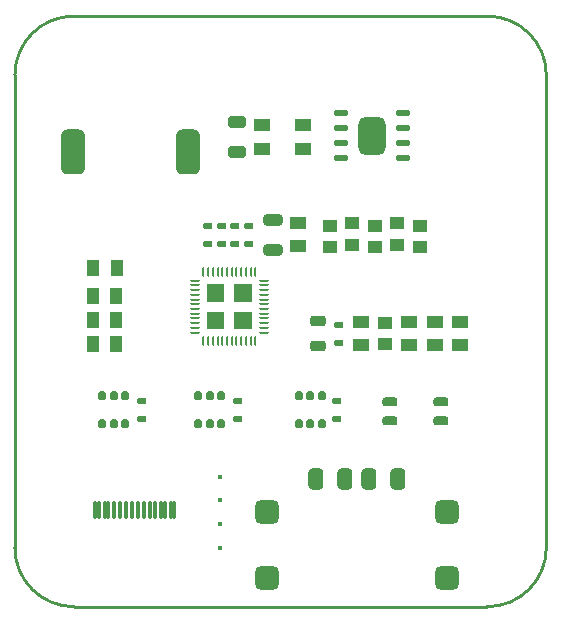
<source format=gtp>
G04*
G04 #@! TF.GenerationSoftware,Altium Limited,Altium Designer,20.2.3 (150)*
G04*
G04 Layer_Color=8421504*
%FSLAX44Y44*%
%MOMM*%
G71*
G04*
G04 #@! TF.SameCoordinates,529A9E34-4FC0-4C7B-B34A-3B4898198E1E*
G04*
G04*
G04 #@! TF.FilePolarity,Positive*
G04*
G01*
G75*
%ADD19C,0.2540*%
G04:AMPARAMS|DCode=20|XSize=0.4064mm|YSize=0.4064mm|CornerRadius=0.2032mm|HoleSize=0mm|Usage=FLASHONLY|Rotation=90.000|XOffset=0mm|YOffset=0mm|HoleType=Round|Shape=RoundedRectangle|*
%AMROUNDEDRECTD20*
21,1,0.4064,0.0000,0,0,90.0*
21,1,0.0000,0.4064,0,0,90.0*
1,1,0.4064,0.0000,0.0000*
1,1,0.4064,0.0000,0.0000*
1,1,0.4064,0.0000,0.0000*
1,1,0.4064,0.0000,0.0000*
%
%ADD20ROUNDEDRECTD20*%
G04:AMPARAMS|DCode=21|XSize=0.762mm|YSize=0.5588mm|CornerRadius=0.1397mm|HoleSize=0mm|Usage=FLASHONLY|Rotation=0.000|XOffset=0mm|YOffset=0mm|HoleType=Round|Shape=RoundedRectangle|*
%AMROUNDEDRECTD21*
21,1,0.7620,0.2794,0,0,0.0*
21,1,0.4826,0.5588,0,0,0.0*
1,1,0.2794,0.2413,-0.1397*
1,1,0.2794,-0.2413,-0.1397*
1,1,0.2794,-0.2413,0.1397*
1,1,0.2794,0.2413,0.1397*
%
%ADD21ROUNDEDRECTD21*%
%ADD22R,1.4000X1.1000*%
%ADD23R,1.3000X1.0000*%
G04:AMPARAMS|DCode=24|XSize=1.27mm|YSize=0.762mm|CornerRadius=0.1905mm|HoleSize=0mm|Usage=FLASHONLY|Rotation=0.000|XOffset=0mm|YOffset=0mm|HoleType=Round|Shape=RoundedRectangle|*
%AMROUNDEDRECTD24*
21,1,1.2700,0.3810,0,0,0.0*
21,1,0.8890,0.7620,0,0,0.0*
1,1,0.3810,0.4445,-0.1905*
1,1,0.3810,-0.4445,-0.1905*
1,1,0.3810,-0.4445,0.1905*
1,1,0.3810,0.4445,0.1905*
%
%ADD24ROUNDEDRECTD24*%
G04:AMPARAMS|DCode=25|XSize=2.032mm|YSize=2.032mm|CornerRadius=0.508mm|HoleSize=0mm|Usage=FLASHONLY|Rotation=0.000|XOffset=0mm|YOffset=0mm|HoleType=Round|Shape=RoundedRectangle|*
%AMROUNDEDRECTD25*
21,1,2.0320,1.0160,0,0,0.0*
21,1,1.0160,2.0320,0,0,0.0*
1,1,1.0160,0.5080,-0.5080*
1,1,1.0160,-0.5080,-0.5080*
1,1,1.0160,-0.5080,0.5080*
1,1,1.0160,0.5080,0.5080*
%
%ADD25ROUNDEDRECTD25*%
G04:AMPARAMS|DCode=26|XSize=1.27mm|YSize=1.8mm|CornerRadius=0.3175mm|HoleSize=0mm|Usage=FLASHONLY|Rotation=0.000|XOffset=0mm|YOffset=0mm|HoleType=Round|Shape=RoundedRectangle|*
%AMROUNDEDRECTD26*
21,1,1.2700,1.1650,0,0,0.0*
21,1,0.6350,1.8000,0,0,0.0*
1,1,0.6350,0.3175,-0.5825*
1,1,0.6350,-0.3175,-0.5825*
1,1,0.6350,-0.3175,0.5825*
1,1,0.6350,0.3175,0.5825*
%
%ADD26ROUNDEDRECTD26*%
G04:AMPARAMS|DCode=27|XSize=0.6096mm|YSize=0.762mm|CornerRadius=0.1524mm|HoleSize=0mm|Usage=FLASHONLY|Rotation=0.000|XOffset=0mm|YOffset=0mm|HoleType=Round|Shape=RoundedRectangle|*
%AMROUNDEDRECTD27*
21,1,0.6096,0.4572,0,0,0.0*
21,1,0.3048,0.7620,0,0,0.0*
1,1,0.3048,0.1524,-0.2286*
1,1,0.3048,-0.1524,-0.2286*
1,1,0.3048,-0.1524,0.2286*
1,1,0.3048,0.1524,0.2286*
%
%ADD27ROUNDEDRECTD27*%
%ADD28R,1.1000X1.4000*%
%ADD29O,1.3000X0.5000*%
G04:AMPARAMS|DCode=30|XSize=3.2mm|YSize=2.3mm|CornerRadius=0.575mm|HoleSize=0mm|Usage=FLASHONLY|Rotation=270.000|XOffset=0mm|YOffset=0mm|HoleType=Round|Shape=RoundedRectangle|*
%AMROUNDEDRECTD30*
21,1,3.2000,1.1500,0,0,270.0*
21,1,2.0500,2.3000,0,0,270.0*
1,1,1.1500,-0.5750,-1.0250*
1,1,1.1500,-0.5750,1.0250*
1,1,1.1500,0.5750,1.0250*
1,1,1.1500,0.5750,-1.0250*
%
%ADD30ROUNDEDRECTD30*%
G04:AMPARAMS|DCode=31|XSize=3.81mm|YSize=2.032mm|CornerRadius=0.508mm|HoleSize=0mm|Usage=FLASHONLY|Rotation=270.000|XOffset=0mm|YOffset=0mm|HoleType=Round|Shape=RoundedRectangle|*
%AMROUNDEDRECTD31*
21,1,3.8100,1.0160,0,0,270.0*
21,1,2.7940,2.0320,0,0,270.0*
1,1,1.0160,-0.5080,-1.3970*
1,1,1.0160,-0.5080,1.3970*
1,1,1.0160,0.5080,1.3970*
1,1,1.0160,0.5080,-1.3970*
%
%ADD31ROUNDEDRECTD31*%
G04:AMPARAMS|DCode=32|XSize=1.5mm|YSize=1mm|CornerRadius=0.25mm|HoleSize=0mm|Usage=FLASHONLY|Rotation=180.000|XOffset=0mm|YOffset=0mm|HoleType=Round|Shape=RoundedRectangle|*
%AMROUNDEDRECTD32*
21,1,1.5000,0.5000,0,0,180.0*
21,1,1.0000,1.0000,0,0,180.0*
1,1,0.5000,-0.5000,0.2500*
1,1,0.5000,0.5000,0.2500*
1,1,0.5000,0.5000,-0.2500*
1,1,0.5000,-0.5000,-0.2500*
%
%ADD32ROUNDEDRECTD32*%
G04:AMPARAMS|DCode=33|XSize=0.84mm|YSize=0.22mm|CornerRadius=0.055mm|HoleSize=0mm|Usage=FLASHONLY|Rotation=180.000|XOffset=0mm|YOffset=0mm|HoleType=Round|Shape=RoundedRectangle|*
%AMROUNDEDRECTD33*
21,1,0.8400,0.1100,0,0,180.0*
21,1,0.7300,0.2200,0,0,180.0*
1,1,0.1100,-0.3650,0.0550*
1,1,0.1100,0.3650,0.0550*
1,1,0.1100,0.3650,-0.0550*
1,1,0.1100,-0.3650,-0.0550*
%
%ADD33ROUNDEDRECTD33*%
G04:AMPARAMS|DCode=34|XSize=0.84mm|YSize=0.22mm|CornerRadius=0.055mm|HoleSize=0mm|Usage=FLASHONLY|Rotation=90.000|XOffset=0mm|YOffset=0mm|HoleType=Round|Shape=RoundedRectangle|*
%AMROUNDEDRECTD34*
21,1,0.8400,0.1100,0,0,90.0*
21,1,0.7300,0.2200,0,0,90.0*
1,1,0.1100,0.0550,0.3650*
1,1,0.1100,0.0550,-0.3650*
1,1,0.1100,-0.0550,-0.3650*
1,1,0.1100,-0.0550,0.3650*
%
%ADD34ROUNDEDRECTD34*%
G04:AMPARAMS|DCode=35|XSize=1.3mm|YSize=0.9mm|CornerRadius=0.225mm|HoleSize=0mm|Usage=FLASHONLY|Rotation=180.000|XOffset=0mm|YOffset=0mm|HoleType=Round|Shape=RoundedRectangle|*
%AMROUNDEDRECTD35*
21,1,1.3000,0.4500,0,0,180.0*
21,1,0.8500,0.9000,0,0,180.0*
1,1,0.4500,-0.4250,0.2250*
1,1,0.4500,0.4250,0.2250*
1,1,0.4500,0.4250,-0.2250*
1,1,0.4500,-0.4250,-0.2250*
%
%ADD35ROUNDEDRECTD35*%
G04:AMPARAMS|DCode=36|XSize=0.9561mm|YSize=1.6098mm|CornerRadius=0.239mm|HoleSize=0mm|Usage=FLASHONLY|Rotation=90.000|XOffset=0mm|YOffset=0mm|HoleType=Round|Shape=RoundedRectangle|*
%AMROUNDEDRECTD36*
21,1,0.9561,1.1318,0,0,90.0*
21,1,0.4780,1.6098,0,0,90.0*
1,1,0.4780,0.5659,0.2390*
1,1,0.4780,0.5659,-0.2390*
1,1,0.4780,-0.5659,-0.2390*
1,1,0.4780,-0.5659,0.2390*
%
%ADD36ROUNDEDRECTD36*%
G04:AMPARAMS|DCode=37|XSize=1.5mm|YSize=0.3mm|CornerRadius=0.075mm|HoleSize=0mm|Usage=FLASHONLY|Rotation=90.000|XOffset=0mm|YOffset=0mm|HoleType=Round|Shape=RoundedRectangle|*
%AMROUNDEDRECTD37*
21,1,1.5000,0.1500,0,0,90.0*
21,1,1.3500,0.3000,0,0,90.0*
1,1,0.1500,0.0750,0.6750*
1,1,0.1500,0.0750,-0.6750*
1,1,0.1500,-0.0750,-0.6750*
1,1,0.1500,-0.0750,0.6750*
%
%ADD37ROUNDEDRECTD37*%
G36*
X177410Y249800D02*
Y235200D01*
X162810D01*
Y249800D01*
X177410D01*
D02*
G37*
G36*
Y272800D02*
Y258200D01*
X162810D01*
Y272800D01*
X177410D01*
D02*
G37*
G36*
X200410Y249800D02*
Y235200D01*
X185810D01*
Y249800D01*
X200410D01*
D02*
G37*
G36*
Y272800D02*
Y258200D01*
X185810D01*
Y272800D01*
X200410D01*
D02*
G37*
D19*
X0Y50000D02*
G03*
X50000Y0I50000J0D01*
G01*
X400000D02*
G03*
X450000Y50000I0J50000D01*
G01*
Y450000D02*
G03*
X400000Y500000I-50000J0D01*
G01*
X50000D02*
G03*
X0Y450000I0J-50000D01*
G01*
X50000Y0D02*
X400000D01*
X50000Y500000D02*
X400000D01*
X450000Y50000D02*
Y450000D01*
X0Y50000D02*
Y450000D01*
D20*
X173736Y90000D02*
D03*
Y70000D02*
D03*
Y50000D02*
D03*
Y110000D02*
D03*
D21*
X189230Y158750D02*
D03*
Y173990D02*
D03*
X273050Y158750D02*
D03*
Y173990D02*
D03*
X107950Y158750D02*
D03*
Y173990D02*
D03*
X198120Y322580D02*
D03*
Y307340D02*
D03*
X186690Y322580D02*
D03*
Y307340D02*
D03*
X175260Y322580D02*
D03*
Y307340D02*
D03*
X163830Y322580D02*
D03*
Y307340D02*
D03*
X274320Y223520D02*
D03*
Y238760D02*
D03*
D22*
X355600Y221186D02*
D03*
Y241186D02*
D03*
X334010Y221186D02*
D03*
Y241186D02*
D03*
X240030Y324960D02*
D03*
Y304960D02*
D03*
X209550Y407510D02*
D03*
Y387510D02*
D03*
X293370Y241186D02*
D03*
Y221186D02*
D03*
X377190Y241186D02*
D03*
Y221186D02*
D03*
X243840Y387510D02*
D03*
Y407510D02*
D03*
D23*
X313690Y240186D02*
D03*
Y222186D02*
D03*
X266700Y322580D02*
D03*
Y304580D02*
D03*
X285750Y306580D02*
D03*
Y324580D02*
D03*
X304800Y322580D02*
D03*
Y304580D02*
D03*
X323850Y306580D02*
D03*
Y324580D02*
D03*
X342900Y322580D02*
D03*
Y304580D02*
D03*
D24*
X360680Y173228D02*
D03*
X317500D02*
D03*
X360680Y156972D02*
D03*
X317500D02*
D03*
D25*
X213310Y80560D02*
D03*
X365810D02*
D03*
Y24560D02*
D03*
X213310D02*
D03*
D26*
X254560Y107940D02*
D03*
X279560D02*
D03*
X299560D02*
D03*
X324560D02*
D03*
D27*
X240538Y154432D02*
D03*
X259842D02*
D03*
Y178308D02*
D03*
X250190Y154432D02*
D03*
X240538Y178308D02*
D03*
X250190D02*
D03*
X155448Y154432D02*
D03*
X174752D02*
D03*
Y178308D02*
D03*
X165100Y154432D02*
D03*
X155448Y178308D02*
D03*
X165100D02*
D03*
X74168Y154432D02*
D03*
X93472D02*
D03*
Y178308D02*
D03*
X83820Y154432D02*
D03*
X74168Y178308D02*
D03*
X83820D02*
D03*
D28*
X86200Y287020D02*
D03*
X66200D02*
D03*
X66040Y222250D02*
D03*
X86040D02*
D03*
X66040Y242570D02*
D03*
X86040D02*
D03*
X66040Y262890D02*
D03*
X86040D02*
D03*
D29*
X275760Y417830D02*
D03*
Y405130D02*
D03*
Y392430D02*
D03*
Y379730D02*
D03*
X328760Y417830D02*
D03*
Y405130D02*
D03*
Y392430D02*
D03*
Y379730D02*
D03*
D30*
X302260Y398780D02*
D03*
D31*
X146290Y384683D02*
D03*
X49290D02*
D03*
D32*
X187960Y384843D02*
D03*
X187961Y410244D02*
D03*
D33*
X210960Y232000D02*
D03*
Y236000D02*
D03*
Y240000D02*
D03*
Y244000D02*
D03*
Y248000D02*
D03*
Y252000D02*
D03*
Y256000D02*
D03*
Y260000D02*
D03*
Y264000D02*
D03*
Y268000D02*
D03*
Y272000D02*
D03*
Y276000D02*
D03*
X152260D02*
D03*
Y272000D02*
D03*
Y268000D02*
D03*
Y264000D02*
D03*
Y260000D02*
D03*
Y256000D02*
D03*
Y252000D02*
D03*
Y248000D02*
D03*
Y244000D02*
D03*
Y240000D02*
D03*
Y236000D02*
D03*
Y232000D02*
D03*
D34*
X159610Y224650D02*
D03*
X163610D02*
D03*
X167610D02*
D03*
X171610D02*
D03*
X175610D02*
D03*
X179610D02*
D03*
X183610D02*
D03*
X187610D02*
D03*
X191610D02*
D03*
X195610D02*
D03*
X199610D02*
D03*
X203610D02*
D03*
Y283350D02*
D03*
X199610D02*
D03*
X195610D02*
D03*
X191610D02*
D03*
X187610D02*
D03*
X183610D02*
D03*
X179610D02*
D03*
X175610D02*
D03*
X171610D02*
D03*
X167610D02*
D03*
X163610D02*
D03*
X159610D02*
D03*
D35*
X256540Y220640D02*
D03*
Y241640D02*
D03*
D36*
X218440Y327660D02*
D03*
Y301638D02*
D03*
D37*
X135030Y82150D02*
D03*
X132030D02*
D03*
X127030D02*
D03*
X124030D02*
D03*
X119030D02*
D03*
X114030D02*
D03*
X109030D02*
D03*
X104030D02*
D03*
X99030D02*
D03*
X94030D02*
D03*
X89030D02*
D03*
X84030D02*
D03*
X79030D02*
D03*
X76030D02*
D03*
X71030D02*
D03*
X68030D02*
D03*
M02*

</source>
